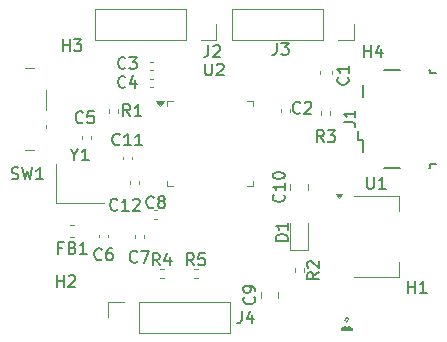
<source format=gbr>
%TF.GenerationSoftware,KiCad,Pcbnew,8.0.0*%
%TF.CreationDate,2024-03-18T00:14:30+05:30*%
%TF.ProjectId,STM,53544d2e-6b69-4636-9164-5f7063625858,rev?*%
%TF.SameCoordinates,Original*%
%TF.FileFunction,Legend,Top*%
%TF.FilePolarity,Positive*%
%FSLAX46Y46*%
G04 Gerber Fmt 4.6, Leading zero omitted, Abs format (unit mm)*
G04 Created by KiCad (PCBNEW 8.0.0) date 2024-03-18 00:14:30*
%MOMM*%
%LPD*%
G01*
G04 APERTURE LIST*
%ADD10C,0.150000*%
%ADD11C,0.000000*%
%ADD12C,0.120000*%
G04 APERTURE END LIST*
D10*
X18396668Y-32757199D02*
X18539525Y-32804818D01*
X18539525Y-32804818D02*
X18777620Y-32804818D01*
X18777620Y-32804818D02*
X18872858Y-32757199D01*
X18872858Y-32757199D02*
X18920477Y-32709579D01*
X18920477Y-32709579D02*
X18968096Y-32614341D01*
X18968096Y-32614341D02*
X18968096Y-32519103D01*
X18968096Y-32519103D02*
X18920477Y-32423865D01*
X18920477Y-32423865D02*
X18872858Y-32376246D01*
X18872858Y-32376246D02*
X18777620Y-32328627D01*
X18777620Y-32328627D02*
X18587144Y-32281008D01*
X18587144Y-32281008D02*
X18491906Y-32233389D01*
X18491906Y-32233389D02*
X18444287Y-32185770D01*
X18444287Y-32185770D02*
X18396668Y-32090532D01*
X18396668Y-32090532D02*
X18396668Y-31995294D01*
X18396668Y-31995294D02*
X18444287Y-31900056D01*
X18444287Y-31900056D02*
X18491906Y-31852437D01*
X18491906Y-31852437D02*
X18587144Y-31804818D01*
X18587144Y-31804818D02*
X18825239Y-31804818D01*
X18825239Y-31804818D02*
X18968096Y-31852437D01*
X19301430Y-31804818D02*
X19539525Y-32804818D01*
X19539525Y-32804818D02*
X19730001Y-32090532D01*
X19730001Y-32090532D02*
X19920477Y-32804818D01*
X19920477Y-32804818D02*
X20158573Y-31804818D01*
X21063334Y-32804818D02*
X20491906Y-32804818D01*
X20777620Y-32804818D02*
X20777620Y-31804818D01*
X20777620Y-31804818D02*
X20682382Y-31947675D01*
X20682382Y-31947675D02*
X20587144Y-32042913D01*
X20587144Y-32042913D02*
X20491906Y-32090532D01*
X48238095Y-22454819D02*
X48238095Y-21454819D01*
X48238095Y-21931009D02*
X48809523Y-21931009D01*
X48809523Y-22454819D02*
X48809523Y-21454819D01*
X49714285Y-21788152D02*
X49714285Y-22454819D01*
X49476190Y-21407200D02*
X49238095Y-22121485D01*
X49238095Y-22121485D02*
X49857142Y-22121485D01*
X22738095Y-21954819D02*
X22738095Y-20954819D01*
X22738095Y-21431009D02*
X23309523Y-21431009D01*
X23309523Y-21954819D02*
X23309523Y-20954819D01*
X23690476Y-20954819D02*
X24309523Y-20954819D01*
X24309523Y-20954819D02*
X23976190Y-21335771D01*
X23976190Y-21335771D02*
X24119047Y-21335771D01*
X24119047Y-21335771D02*
X24214285Y-21383390D01*
X24214285Y-21383390D02*
X24261904Y-21431009D01*
X24261904Y-21431009D02*
X24309523Y-21526247D01*
X24309523Y-21526247D02*
X24309523Y-21764342D01*
X24309523Y-21764342D02*
X24261904Y-21859580D01*
X24261904Y-21859580D02*
X24214285Y-21907200D01*
X24214285Y-21907200D02*
X24119047Y-21954819D01*
X24119047Y-21954819D02*
X23833333Y-21954819D01*
X23833333Y-21954819D02*
X23738095Y-21907200D01*
X23738095Y-21907200D02*
X23690476Y-21859580D01*
X22238095Y-41917319D02*
X22238095Y-40917319D01*
X22238095Y-41393509D02*
X22809523Y-41393509D01*
X22809523Y-41917319D02*
X22809523Y-40917319D01*
X23238095Y-41012557D02*
X23285714Y-40964938D01*
X23285714Y-40964938D02*
X23380952Y-40917319D01*
X23380952Y-40917319D02*
X23619047Y-40917319D01*
X23619047Y-40917319D02*
X23714285Y-40964938D01*
X23714285Y-40964938D02*
X23761904Y-41012557D01*
X23761904Y-41012557D02*
X23809523Y-41107795D01*
X23809523Y-41107795D02*
X23809523Y-41203033D01*
X23809523Y-41203033D02*
X23761904Y-41345890D01*
X23761904Y-41345890D02*
X23190476Y-41917319D01*
X23190476Y-41917319D02*
X23809523Y-41917319D01*
X51988095Y-42417319D02*
X51988095Y-41417319D01*
X51988095Y-41893509D02*
X52559523Y-41893509D01*
X52559523Y-42417319D02*
X52559523Y-41417319D01*
X53559523Y-42417319D02*
X52988095Y-42417319D01*
X53273809Y-42417319D02*
X53273809Y-41417319D01*
X53273809Y-41417319D02*
X53178571Y-41560176D01*
X53178571Y-41560176D02*
X53083333Y-41655414D01*
X53083333Y-41655414D02*
X52988095Y-41703033D01*
X30433333Y-35159580D02*
X30385714Y-35207200D01*
X30385714Y-35207200D02*
X30242857Y-35254819D01*
X30242857Y-35254819D02*
X30147619Y-35254819D01*
X30147619Y-35254819D02*
X30004762Y-35207200D01*
X30004762Y-35207200D02*
X29909524Y-35111961D01*
X29909524Y-35111961D02*
X29861905Y-35016723D01*
X29861905Y-35016723D02*
X29814286Y-34826247D01*
X29814286Y-34826247D02*
X29814286Y-34683390D01*
X29814286Y-34683390D02*
X29861905Y-34492914D01*
X29861905Y-34492914D02*
X29909524Y-34397676D01*
X29909524Y-34397676D02*
X30004762Y-34302438D01*
X30004762Y-34302438D02*
X30147619Y-34254819D01*
X30147619Y-34254819D02*
X30242857Y-34254819D01*
X30242857Y-34254819D02*
X30385714Y-34302438D01*
X30385714Y-34302438D02*
X30433333Y-34350057D01*
X31004762Y-34683390D02*
X30909524Y-34635771D01*
X30909524Y-34635771D02*
X30861905Y-34588152D01*
X30861905Y-34588152D02*
X30814286Y-34492914D01*
X30814286Y-34492914D02*
X30814286Y-34445295D01*
X30814286Y-34445295D02*
X30861905Y-34350057D01*
X30861905Y-34350057D02*
X30909524Y-34302438D01*
X30909524Y-34302438D02*
X31004762Y-34254819D01*
X31004762Y-34254819D02*
X31195238Y-34254819D01*
X31195238Y-34254819D02*
X31290476Y-34302438D01*
X31290476Y-34302438D02*
X31338095Y-34350057D01*
X31338095Y-34350057D02*
X31385714Y-34445295D01*
X31385714Y-34445295D02*
X31385714Y-34492914D01*
X31385714Y-34492914D02*
X31338095Y-34588152D01*
X31338095Y-34588152D02*
X31290476Y-34635771D01*
X31290476Y-34635771D02*
X31195238Y-34683390D01*
X31195238Y-34683390D02*
X31004762Y-34683390D01*
X31004762Y-34683390D02*
X30909524Y-34731009D01*
X30909524Y-34731009D02*
X30861905Y-34778628D01*
X30861905Y-34778628D02*
X30814286Y-34873866D01*
X30814286Y-34873866D02*
X30814286Y-35064342D01*
X30814286Y-35064342D02*
X30861905Y-35159580D01*
X30861905Y-35159580D02*
X30909524Y-35207200D01*
X30909524Y-35207200D02*
X31004762Y-35254819D01*
X31004762Y-35254819D02*
X31195238Y-35254819D01*
X31195238Y-35254819D02*
X31290476Y-35207200D01*
X31290476Y-35207200D02*
X31338095Y-35159580D01*
X31338095Y-35159580D02*
X31385714Y-35064342D01*
X31385714Y-35064342D02*
X31385714Y-34873866D01*
X31385714Y-34873866D02*
X31338095Y-34778628D01*
X31338095Y-34778628D02*
X31290476Y-34731009D01*
X31290476Y-34731009D02*
X31195238Y-34683390D01*
X28433333Y-27454819D02*
X28100000Y-26978628D01*
X27861905Y-27454819D02*
X27861905Y-26454819D01*
X27861905Y-26454819D02*
X28242857Y-26454819D01*
X28242857Y-26454819D02*
X28338095Y-26502438D01*
X28338095Y-26502438D02*
X28385714Y-26550057D01*
X28385714Y-26550057D02*
X28433333Y-26645295D01*
X28433333Y-26645295D02*
X28433333Y-26788152D01*
X28433333Y-26788152D02*
X28385714Y-26883390D01*
X28385714Y-26883390D02*
X28338095Y-26931009D01*
X28338095Y-26931009D02*
X28242857Y-26978628D01*
X28242857Y-26978628D02*
X27861905Y-26978628D01*
X29385714Y-27454819D02*
X28814286Y-27454819D01*
X29100000Y-27454819D02*
X29100000Y-26454819D01*
X29100000Y-26454819D02*
X29004762Y-26597676D01*
X29004762Y-26597676D02*
X28909524Y-26692914D01*
X28909524Y-26692914D02*
X28814286Y-26740533D01*
X41774819Y-38025594D02*
X40774819Y-38025594D01*
X40774819Y-38025594D02*
X40774819Y-37787499D01*
X40774819Y-37787499D02*
X40822438Y-37644642D01*
X40822438Y-37644642D02*
X40917676Y-37549404D01*
X40917676Y-37549404D02*
X41012914Y-37501785D01*
X41012914Y-37501785D02*
X41203390Y-37454166D01*
X41203390Y-37454166D02*
X41346247Y-37454166D01*
X41346247Y-37454166D02*
X41536723Y-37501785D01*
X41536723Y-37501785D02*
X41631961Y-37549404D01*
X41631961Y-37549404D02*
X41727200Y-37644642D01*
X41727200Y-37644642D02*
X41774819Y-37787499D01*
X41774819Y-37787499D02*
X41774819Y-38025594D01*
X41774819Y-36501785D02*
X41774819Y-37073213D01*
X41774819Y-36787499D02*
X40774819Y-36787499D01*
X40774819Y-36787499D02*
X40917676Y-36882737D01*
X40917676Y-36882737D02*
X41012914Y-36977975D01*
X41012914Y-36977975D02*
X41060533Y-37073213D01*
X38929580Y-42779166D02*
X38977200Y-42826785D01*
X38977200Y-42826785D02*
X39024819Y-42969642D01*
X39024819Y-42969642D02*
X39024819Y-43064880D01*
X39024819Y-43064880D02*
X38977200Y-43207737D01*
X38977200Y-43207737D02*
X38881961Y-43302975D01*
X38881961Y-43302975D02*
X38786723Y-43350594D01*
X38786723Y-43350594D02*
X38596247Y-43398213D01*
X38596247Y-43398213D02*
X38453390Y-43398213D01*
X38453390Y-43398213D02*
X38262914Y-43350594D01*
X38262914Y-43350594D02*
X38167676Y-43302975D01*
X38167676Y-43302975D02*
X38072438Y-43207737D01*
X38072438Y-43207737D02*
X38024819Y-43064880D01*
X38024819Y-43064880D02*
X38024819Y-42969642D01*
X38024819Y-42969642D02*
X38072438Y-42826785D01*
X38072438Y-42826785D02*
X38120057Y-42779166D01*
X39024819Y-42302975D02*
X39024819Y-42112499D01*
X39024819Y-42112499D02*
X38977200Y-42017261D01*
X38977200Y-42017261D02*
X38929580Y-41969642D01*
X38929580Y-41969642D02*
X38786723Y-41874404D01*
X38786723Y-41874404D02*
X38596247Y-41826785D01*
X38596247Y-41826785D02*
X38215295Y-41826785D01*
X38215295Y-41826785D02*
X38120057Y-41874404D01*
X38120057Y-41874404D02*
X38072438Y-41922023D01*
X38072438Y-41922023D02*
X38024819Y-42017261D01*
X38024819Y-42017261D02*
X38024819Y-42207737D01*
X38024819Y-42207737D02*
X38072438Y-42302975D01*
X38072438Y-42302975D02*
X38120057Y-42350594D01*
X38120057Y-42350594D02*
X38215295Y-42398213D01*
X38215295Y-42398213D02*
X38453390Y-42398213D01*
X38453390Y-42398213D02*
X38548628Y-42350594D01*
X38548628Y-42350594D02*
X38596247Y-42302975D01*
X38596247Y-42302975D02*
X38643866Y-42207737D01*
X38643866Y-42207737D02*
X38643866Y-42017261D01*
X38643866Y-42017261D02*
X38596247Y-41922023D01*
X38596247Y-41922023D02*
X38548628Y-41874404D01*
X38548628Y-41874404D02*
X38453390Y-41826785D01*
X22704166Y-38593509D02*
X22370833Y-38593509D01*
X22370833Y-39117319D02*
X22370833Y-38117319D01*
X22370833Y-38117319D02*
X22847023Y-38117319D01*
X23561309Y-38593509D02*
X23704166Y-38641128D01*
X23704166Y-38641128D02*
X23751785Y-38688747D01*
X23751785Y-38688747D02*
X23799404Y-38783985D01*
X23799404Y-38783985D02*
X23799404Y-38926842D01*
X23799404Y-38926842D02*
X23751785Y-39022080D01*
X23751785Y-39022080D02*
X23704166Y-39069700D01*
X23704166Y-39069700D02*
X23608928Y-39117319D01*
X23608928Y-39117319D02*
X23227976Y-39117319D01*
X23227976Y-39117319D02*
X23227976Y-38117319D01*
X23227976Y-38117319D02*
X23561309Y-38117319D01*
X23561309Y-38117319D02*
X23656547Y-38164938D01*
X23656547Y-38164938D02*
X23704166Y-38212557D01*
X23704166Y-38212557D02*
X23751785Y-38307795D01*
X23751785Y-38307795D02*
X23751785Y-38403033D01*
X23751785Y-38403033D02*
X23704166Y-38498271D01*
X23704166Y-38498271D02*
X23656547Y-38545890D01*
X23656547Y-38545890D02*
X23561309Y-38593509D01*
X23561309Y-38593509D02*
X23227976Y-38593509D01*
X24751785Y-39117319D02*
X24180357Y-39117319D01*
X24466071Y-39117319D02*
X24466071Y-38117319D01*
X24466071Y-38117319D02*
X24370833Y-38260176D01*
X24370833Y-38260176D02*
X24275595Y-38355414D01*
X24275595Y-38355414D02*
X24180357Y-38403033D01*
X26033333Y-39559580D02*
X25985714Y-39607200D01*
X25985714Y-39607200D02*
X25842857Y-39654819D01*
X25842857Y-39654819D02*
X25747619Y-39654819D01*
X25747619Y-39654819D02*
X25604762Y-39607200D01*
X25604762Y-39607200D02*
X25509524Y-39511961D01*
X25509524Y-39511961D02*
X25461905Y-39416723D01*
X25461905Y-39416723D02*
X25414286Y-39226247D01*
X25414286Y-39226247D02*
X25414286Y-39083390D01*
X25414286Y-39083390D02*
X25461905Y-38892914D01*
X25461905Y-38892914D02*
X25509524Y-38797676D01*
X25509524Y-38797676D02*
X25604762Y-38702438D01*
X25604762Y-38702438D02*
X25747619Y-38654819D01*
X25747619Y-38654819D02*
X25842857Y-38654819D01*
X25842857Y-38654819D02*
X25985714Y-38702438D01*
X25985714Y-38702438D02*
X26033333Y-38750057D01*
X26890476Y-38654819D02*
X26700000Y-38654819D01*
X26700000Y-38654819D02*
X26604762Y-38702438D01*
X26604762Y-38702438D02*
X26557143Y-38750057D01*
X26557143Y-38750057D02*
X26461905Y-38892914D01*
X26461905Y-38892914D02*
X26414286Y-39083390D01*
X26414286Y-39083390D02*
X26414286Y-39464342D01*
X26414286Y-39464342D02*
X26461905Y-39559580D01*
X26461905Y-39559580D02*
X26509524Y-39607200D01*
X26509524Y-39607200D02*
X26604762Y-39654819D01*
X26604762Y-39654819D02*
X26795238Y-39654819D01*
X26795238Y-39654819D02*
X26890476Y-39607200D01*
X26890476Y-39607200D02*
X26938095Y-39559580D01*
X26938095Y-39559580D02*
X26985714Y-39464342D01*
X26985714Y-39464342D02*
X26985714Y-39226247D01*
X26985714Y-39226247D02*
X26938095Y-39131009D01*
X26938095Y-39131009D02*
X26890476Y-39083390D01*
X26890476Y-39083390D02*
X26795238Y-39035771D01*
X26795238Y-39035771D02*
X26604762Y-39035771D01*
X26604762Y-39035771D02*
X26509524Y-39083390D01*
X26509524Y-39083390D02*
X26461905Y-39131009D01*
X26461905Y-39131009D02*
X26414286Y-39226247D01*
X48488095Y-32617319D02*
X48488095Y-33426842D01*
X48488095Y-33426842D02*
X48535714Y-33522080D01*
X48535714Y-33522080D02*
X48583333Y-33569700D01*
X48583333Y-33569700D02*
X48678571Y-33617319D01*
X48678571Y-33617319D02*
X48869047Y-33617319D01*
X48869047Y-33617319D02*
X48964285Y-33569700D01*
X48964285Y-33569700D02*
X49011904Y-33522080D01*
X49011904Y-33522080D02*
X49059523Y-33426842D01*
X49059523Y-33426842D02*
X49059523Y-32617319D01*
X50059523Y-33617319D02*
X49488095Y-33617319D01*
X49773809Y-33617319D02*
X49773809Y-32617319D01*
X49773809Y-32617319D02*
X49678571Y-32760176D01*
X49678571Y-32760176D02*
X49583333Y-32855414D01*
X49583333Y-32855414D02*
X49488095Y-32903033D01*
X35066666Y-21454819D02*
X35066666Y-22169104D01*
X35066666Y-22169104D02*
X35019047Y-22311961D01*
X35019047Y-22311961D02*
X34923809Y-22407200D01*
X34923809Y-22407200D02*
X34780952Y-22454819D01*
X34780952Y-22454819D02*
X34685714Y-22454819D01*
X35495238Y-21550057D02*
X35542857Y-21502438D01*
X35542857Y-21502438D02*
X35638095Y-21454819D01*
X35638095Y-21454819D02*
X35876190Y-21454819D01*
X35876190Y-21454819D02*
X35971428Y-21502438D01*
X35971428Y-21502438D02*
X36019047Y-21550057D01*
X36019047Y-21550057D02*
X36066666Y-21645295D01*
X36066666Y-21645295D02*
X36066666Y-21740533D01*
X36066666Y-21740533D02*
X36019047Y-21883390D01*
X36019047Y-21883390D02*
X35447619Y-22454819D01*
X35447619Y-22454819D02*
X36066666Y-22454819D01*
X37886666Y-43979819D02*
X37886666Y-44694104D01*
X37886666Y-44694104D02*
X37839047Y-44836961D01*
X37839047Y-44836961D02*
X37743809Y-44932200D01*
X37743809Y-44932200D02*
X37600952Y-44979819D01*
X37600952Y-44979819D02*
X37505714Y-44979819D01*
X38791428Y-44313152D02*
X38791428Y-44979819D01*
X38553333Y-43932200D02*
X38315238Y-44646485D01*
X38315238Y-44646485D02*
X38934285Y-44646485D01*
X29033333Y-39759580D02*
X28985714Y-39807200D01*
X28985714Y-39807200D02*
X28842857Y-39854819D01*
X28842857Y-39854819D02*
X28747619Y-39854819D01*
X28747619Y-39854819D02*
X28604762Y-39807200D01*
X28604762Y-39807200D02*
X28509524Y-39711961D01*
X28509524Y-39711961D02*
X28461905Y-39616723D01*
X28461905Y-39616723D02*
X28414286Y-39426247D01*
X28414286Y-39426247D02*
X28414286Y-39283390D01*
X28414286Y-39283390D02*
X28461905Y-39092914D01*
X28461905Y-39092914D02*
X28509524Y-38997676D01*
X28509524Y-38997676D02*
X28604762Y-38902438D01*
X28604762Y-38902438D02*
X28747619Y-38854819D01*
X28747619Y-38854819D02*
X28842857Y-38854819D01*
X28842857Y-38854819D02*
X28985714Y-38902438D01*
X28985714Y-38902438D02*
X29033333Y-38950057D01*
X29366667Y-38854819D02*
X30033333Y-38854819D01*
X30033333Y-38854819D02*
X29604762Y-39854819D01*
X41429580Y-34092857D02*
X41477200Y-34140476D01*
X41477200Y-34140476D02*
X41524819Y-34283333D01*
X41524819Y-34283333D02*
X41524819Y-34378571D01*
X41524819Y-34378571D02*
X41477200Y-34521428D01*
X41477200Y-34521428D02*
X41381961Y-34616666D01*
X41381961Y-34616666D02*
X41286723Y-34664285D01*
X41286723Y-34664285D02*
X41096247Y-34711904D01*
X41096247Y-34711904D02*
X40953390Y-34711904D01*
X40953390Y-34711904D02*
X40762914Y-34664285D01*
X40762914Y-34664285D02*
X40667676Y-34616666D01*
X40667676Y-34616666D02*
X40572438Y-34521428D01*
X40572438Y-34521428D02*
X40524819Y-34378571D01*
X40524819Y-34378571D02*
X40524819Y-34283333D01*
X40524819Y-34283333D02*
X40572438Y-34140476D01*
X40572438Y-34140476D02*
X40620057Y-34092857D01*
X41524819Y-33140476D02*
X41524819Y-33711904D01*
X41524819Y-33426190D02*
X40524819Y-33426190D01*
X40524819Y-33426190D02*
X40667676Y-33521428D01*
X40667676Y-33521428D02*
X40762914Y-33616666D01*
X40762914Y-33616666D02*
X40810533Y-33711904D01*
X40524819Y-32521428D02*
X40524819Y-32426190D01*
X40524819Y-32426190D02*
X40572438Y-32330952D01*
X40572438Y-32330952D02*
X40620057Y-32283333D01*
X40620057Y-32283333D02*
X40715295Y-32235714D01*
X40715295Y-32235714D02*
X40905771Y-32188095D01*
X40905771Y-32188095D02*
X41143866Y-32188095D01*
X41143866Y-32188095D02*
X41334342Y-32235714D01*
X41334342Y-32235714D02*
X41429580Y-32283333D01*
X41429580Y-32283333D02*
X41477200Y-32330952D01*
X41477200Y-32330952D02*
X41524819Y-32426190D01*
X41524819Y-32426190D02*
X41524819Y-32521428D01*
X41524819Y-32521428D02*
X41477200Y-32616666D01*
X41477200Y-32616666D02*
X41429580Y-32664285D01*
X41429580Y-32664285D02*
X41334342Y-32711904D01*
X41334342Y-32711904D02*
X41143866Y-32759523D01*
X41143866Y-32759523D02*
X40905771Y-32759523D01*
X40905771Y-32759523D02*
X40715295Y-32711904D01*
X40715295Y-32711904D02*
X40620057Y-32664285D01*
X40620057Y-32664285D02*
X40572438Y-32616666D01*
X40572438Y-32616666D02*
X40524819Y-32521428D01*
X24433333Y-27959580D02*
X24385714Y-28007200D01*
X24385714Y-28007200D02*
X24242857Y-28054819D01*
X24242857Y-28054819D02*
X24147619Y-28054819D01*
X24147619Y-28054819D02*
X24004762Y-28007200D01*
X24004762Y-28007200D02*
X23909524Y-27911961D01*
X23909524Y-27911961D02*
X23861905Y-27816723D01*
X23861905Y-27816723D02*
X23814286Y-27626247D01*
X23814286Y-27626247D02*
X23814286Y-27483390D01*
X23814286Y-27483390D02*
X23861905Y-27292914D01*
X23861905Y-27292914D02*
X23909524Y-27197676D01*
X23909524Y-27197676D02*
X24004762Y-27102438D01*
X24004762Y-27102438D02*
X24147619Y-27054819D01*
X24147619Y-27054819D02*
X24242857Y-27054819D01*
X24242857Y-27054819D02*
X24385714Y-27102438D01*
X24385714Y-27102438D02*
X24433333Y-27150057D01*
X25338095Y-27054819D02*
X24861905Y-27054819D01*
X24861905Y-27054819D02*
X24814286Y-27531009D01*
X24814286Y-27531009D02*
X24861905Y-27483390D01*
X24861905Y-27483390D02*
X24957143Y-27435771D01*
X24957143Y-27435771D02*
X25195238Y-27435771D01*
X25195238Y-27435771D02*
X25290476Y-27483390D01*
X25290476Y-27483390D02*
X25338095Y-27531009D01*
X25338095Y-27531009D02*
X25385714Y-27626247D01*
X25385714Y-27626247D02*
X25385714Y-27864342D01*
X25385714Y-27864342D02*
X25338095Y-27959580D01*
X25338095Y-27959580D02*
X25290476Y-28007200D01*
X25290476Y-28007200D02*
X25195238Y-28054819D01*
X25195238Y-28054819D02*
X24957143Y-28054819D01*
X24957143Y-28054819D02*
X24861905Y-28007200D01*
X24861905Y-28007200D02*
X24814286Y-27959580D01*
X27557142Y-29839580D02*
X27509523Y-29887200D01*
X27509523Y-29887200D02*
X27366666Y-29934819D01*
X27366666Y-29934819D02*
X27271428Y-29934819D01*
X27271428Y-29934819D02*
X27128571Y-29887200D01*
X27128571Y-29887200D02*
X27033333Y-29791961D01*
X27033333Y-29791961D02*
X26985714Y-29696723D01*
X26985714Y-29696723D02*
X26938095Y-29506247D01*
X26938095Y-29506247D02*
X26938095Y-29363390D01*
X26938095Y-29363390D02*
X26985714Y-29172914D01*
X26985714Y-29172914D02*
X27033333Y-29077676D01*
X27033333Y-29077676D02*
X27128571Y-28982438D01*
X27128571Y-28982438D02*
X27271428Y-28934819D01*
X27271428Y-28934819D02*
X27366666Y-28934819D01*
X27366666Y-28934819D02*
X27509523Y-28982438D01*
X27509523Y-28982438D02*
X27557142Y-29030057D01*
X28509523Y-29934819D02*
X27938095Y-29934819D01*
X28223809Y-29934819D02*
X28223809Y-28934819D01*
X28223809Y-28934819D02*
X28128571Y-29077676D01*
X28128571Y-29077676D02*
X28033333Y-29172914D01*
X28033333Y-29172914D02*
X27938095Y-29220533D01*
X29461904Y-29934819D02*
X28890476Y-29934819D01*
X29176190Y-29934819D02*
X29176190Y-28934819D01*
X29176190Y-28934819D02*
X29080952Y-29077676D01*
X29080952Y-29077676D02*
X28985714Y-29172914D01*
X28985714Y-29172914D02*
X28890476Y-29220533D01*
X40866666Y-21254819D02*
X40866666Y-21969104D01*
X40866666Y-21969104D02*
X40819047Y-22111961D01*
X40819047Y-22111961D02*
X40723809Y-22207200D01*
X40723809Y-22207200D02*
X40580952Y-22254819D01*
X40580952Y-22254819D02*
X40485714Y-22254819D01*
X41247619Y-21254819D02*
X41866666Y-21254819D01*
X41866666Y-21254819D02*
X41533333Y-21635771D01*
X41533333Y-21635771D02*
X41676190Y-21635771D01*
X41676190Y-21635771D02*
X41771428Y-21683390D01*
X41771428Y-21683390D02*
X41819047Y-21731009D01*
X41819047Y-21731009D02*
X41866666Y-21826247D01*
X41866666Y-21826247D02*
X41866666Y-22064342D01*
X41866666Y-22064342D02*
X41819047Y-22159580D01*
X41819047Y-22159580D02*
X41771428Y-22207200D01*
X41771428Y-22207200D02*
X41676190Y-22254819D01*
X41676190Y-22254819D02*
X41390476Y-22254819D01*
X41390476Y-22254819D02*
X41295238Y-22207200D01*
X41295238Y-22207200D02*
X41247619Y-22159580D01*
X33833333Y-40084819D02*
X33500000Y-39608628D01*
X33261905Y-40084819D02*
X33261905Y-39084819D01*
X33261905Y-39084819D02*
X33642857Y-39084819D01*
X33642857Y-39084819D02*
X33738095Y-39132438D01*
X33738095Y-39132438D02*
X33785714Y-39180057D01*
X33785714Y-39180057D02*
X33833333Y-39275295D01*
X33833333Y-39275295D02*
X33833333Y-39418152D01*
X33833333Y-39418152D02*
X33785714Y-39513390D01*
X33785714Y-39513390D02*
X33738095Y-39561009D01*
X33738095Y-39561009D02*
X33642857Y-39608628D01*
X33642857Y-39608628D02*
X33261905Y-39608628D01*
X34738095Y-39084819D02*
X34261905Y-39084819D01*
X34261905Y-39084819D02*
X34214286Y-39561009D01*
X34214286Y-39561009D02*
X34261905Y-39513390D01*
X34261905Y-39513390D02*
X34357143Y-39465771D01*
X34357143Y-39465771D02*
X34595238Y-39465771D01*
X34595238Y-39465771D02*
X34690476Y-39513390D01*
X34690476Y-39513390D02*
X34738095Y-39561009D01*
X34738095Y-39561009D02*
X34785714Y-39656247D01*
X34785714Y-39656247D02*
X34785714Y-39894342D01*
X34785714Y-39894342D02*
X34738095Y-39989580D01*
X34738095Y-39989580D02*
X34690476Y-40037200D01*
X34690476Y-40037200D02*
X34595238Y-40084819D01*
X34595238Y-40084819D02*
X34357143Y-40084819D01*
X34357143Y-40084819D02*
X34261905Y-40037200D01*
X34261905Y-40037200D02*
X34214286Y-39989580D01*
X46859580Y-24166666D02*
X46907200Y-24214285D01*
X46907200Y-24214285D02*
X46954819Y-24357142D01*
X46954819Y-24357142D02*
X46954819Y-24452380D01*
X46954819Y-24452380D02*
X46907200Y-24595237D01*
X46907200Y-24595237D02*
X46811961Y-24690475D01*
X46811961Y-24690475D02*
X46716723Y-24738094D01*
X46716723Y-24738094D02*
X46526247Y-24785713D01*
X46526247Y-24785713D02*
X46383390Y-24785713D01*
X46383390Y-24785713D02*
X46192914Y-24738094D01*
X46192914Y-24738094D02*
X46097676Y-24690475D01*
X46097676Y-24690475D02*
X46002438Y-24595237D01*
X46002438Y-24595237D02*
X45954819Y-24452380D01*
X45954819Y-24452380D02*
X45954819Y-24357142D01*
X45954819Y-24357142D02*
X46002438Y-24214285D01*
X46002438Y-24214285D02*
X46050057Y-24166666D01*
X46954819Y-23214285D02*
X46954819Y-23785713D01*
X46954819Y-23499999D02*
X45954819Y-23499999D01*
X45954819Y-23499999D02*
X46097676Y-23595237D01*
X46097676Y-23595237D02*
X46192914Y-23690475D01*
X46192914Y-23690475D02*
X46240533Y-23785713D01*
X28033333Y-23359580D02*
X27985714Y-23407200D01*
X27985714Y-23407200D02*
X27842857Y-23454819D01*
X27842857Y-23454819D02*
X27747619Y-23454819D01*
X27747619Y-23454819D02*
X27604762Y-23407200D01*
X27604762Y-23407200D02*
X27509524Y-23311961D01*
X27509524Y-23311961D02*
X27461905Y-23216723D01*
X27461905Y-23216723D02*
X27414286Y-23026247D01*
X27414286Y-23026247D02*
X27414286Y-22883390D01*
X27414286Y-22883390D02*
X27461905Y-22692914D01*
X27461905Y-22692914D02*
X27509524Y-22597676D01*
X27509524Y-22597676D02*
X27604762Y-22502438D01*
X27604762Y-22502438D02*
X27747619Y-22454819D01*
X27747619Y-22454819D02*
X27842857Y-22454819D01*
X27842857Y-22454819D02*
X27985714Y-22502438D01*
X27985714Y-22502438D02*
X28033333Y-22550057D01*
X28366667Y-22454819D02*
X28985714Y-22454819D01*
X28985714Y-22454819D02*
X28652381Y-22835771D01*
X28652381Y-22835771D02*
X28795238Y-22835771D01*
X28795238Y-22835771D02*
X28890476Y-22883390D01*
X28890476Y-22883390D02*
X28938095Y-22931009D01*
X28938095Y-22931009D02*
X28985714Y-23026247D01*
X28985714Y-23026247D02*
X28985714Y-23264342D01*
X28985714Y-23264342D02*
X28938095Y-23359580D01*
X28938095Y-23359580D02*
X28890476Y-23407200D01*
X28890476Y-23407200D02*
X28795238Y-23454819D01*
X28795238Y-23454819D02*
X28509524Y-23454819D01*
X28509524Y-23454819D02*
X28414286Y-23407200D01*
X28414286Y-23407200D02*
X28366667Y-23359580D01*
X34775595Y-23004819D02*
X34775595Y-23814342D01*
X34775595Y-23814342D02*
X34823214Y-23909580D01*
X34823214Y-23909580D02*
X34870833Y-23957200D01*
X34870833Y-23957200D02*
X34966071Y-24004819D01*
X34966071Y-24004819D02*
X35156547Y-24004819D01*
X35156547Y-24004819D02*
X35251785Y-23957200D01*
X35251785Y-23957200D02*
X35299404Y-23909580D01*
X35299404Y-23909580D02*
X35347023Y-23814342D01*
X35347023Y-23814342D02*
X35347023Y-23004819D01*
X35775595Y-23100057D02*
X35823214Y-23052438D01*
X35823214Y-23052438D02*
X35918452Y-23004819D01*
X35918452Y-23004819D02*
X36156547Y-23004819D01*
X36156547Y-23004819D02*
X36251785Y-23052438D01*
X36251785Y-23052438D02*
X36299404Y-23100057D01*
X36299404Y-23100057D02*
X36347023Y-23195295D01*
X36347023Y-23195295D02*
X36347023Y-23290533D01*
X36347023Y-23290533D02*
X36299404Y-23433390D01*
X36299404Y-23433390D02*
X35727976Y-24004819D01*
X35727976Y-24004819D02*
X36347023Y-24004819D01*
X27357142Y-35359580D02*
X27309523Y-35407200D01*
X27309523Y-35407200D02*
X27166666Y-35454819D01*
X27166666Y-35454819D02*
X27071428Y-35454819D01*
X27071428Y-35454819D02*
X26928571Y-35407200D01*
X26928571Y-35407200D02*
X26833333Y-35311961D01*
X26833333Y-35311961D02*
X26785714Y-35216723D01*
X26785714Y-35216723D02*
X26738095Y-35026247D01*
X26738095Y-35026247D02*
X26738095Y-34883390D01*
X26738095Y-34883390D02*
X26785714Y-34692914D01*
X26785714Y-34692914D02*
X26833333Y-34597676D01*
X26833333Y-34597676D02*
X26928571Y-34502438D01*
X26928571Y-34502438D02*
X27071428Y-34454819D01*
X27071428Y-34454819D02*
X27166666Y-34454819D01*
X27166666Y-34454819D02*
X27309523Y-34502438D01*
X27309523Y-34502438D02*
X27357142Y-34550057D01*
X28309523Y-35454819D02*
X27738095Y-35454819D01*
X28023809Y-35454819D02*
X28023809Y-34454819D01*
X28023809Y-34454819D02*
X27928571Y-34597676D01*
X27928571Y-34597676D02*
X27833333Y-34692914D01*
X27833333Y-34692914D02*
X27738095Y-34740533D01*
X28690476Y-34550057D02*
X28738095Y-34502438D01*
X28738095Y-34502438D02*
X28833333Y-34454819D01*
X28833333Y-34454819D02*
X29071428Y-34454819D01*
X29071428Y-34454819D02*
X29166666Y-34502438D01*
X29166666Y-34502438D02*
X29214285Y-34550057D01*
X29214285Y-34550057D02*
X29261904Y-34645295D01*
X29261904Y-34645295D02*
X29261904Y-34740533D01*
X29261904Y-34740533D02*
X29214285Y-34883390D01*
X29214285Y-34883390D02*
X28642857Y-35454819D01*
X28642857Y-35454819D02*
X29261904Y-35454819D01*
X28033333Y-24959580D02*
X27985714Y-25007200D01*
X27985714Y-25007200D02*
X27842857Y-25054819D01*
X27842857Y-25054819D02*
X27747619Y-25054819D01*
X27747619Y-25054819D02*
X27604762Y-25007200D01*
X27604762Y-25007200D02*
X27509524Y-24911961D01*
X27509524Y-24911961D02*
X27461905Y-24816723D01*
X27461905Y-24816723D02*
X27414286Y-24626247D01*
X27414286Y-24626247D02*
X27414286Y-24483390D01*
X27414286Y-24483390D02*
X27461905Y-24292914D01*
X27461905Y-24292914D02*
X27509524Y-24197676D01*
X27509524Y-24197676D02*
X27604762Y-24102438D01*
X27604762Y-24102438D02*
X27747619Y-24054819D01*
X27747619Y-24054819D02*
X27842857Y-24054819D01*
X27842857Y-24054819D02*
X27985714Y-24102438D01*
X27985714Y-24102438D02*
X28033333Y-24150057D01*
X28890476Y-24388152D02*
X28890476Y-25054819D01*
X28652381Y-24007200D02*
X28414286Y-24721485D01*
X28414286Y-24721485D02*
X29033333Y-24721485D01*
X44424819Y-40676666D02*
X43948628Y-41009999D01*
X44424819Y-41248094D02*
X43424819Y-41248094D01*
X43424819Y-41248094D02*
X43424819Y-40867142D01*
X43424819Y-40867142D02*
X43472438Y-40771904D01*
X43472438Y-40771904D02*
X43520057Y-40724285D01*
X43520057Y-40724285D02*
X43615295Y-40676666D01*
X43615295Y-40676666D02*
X43758152Y-40676666D01*
X43758152Y-40676666D02*
X43853390Y-40724285D01*
X43853390Y-40724285D02*
X43901009Y-40771904D01*
X43901009Y-40771904D02*
X43948628Y-40867142D01*
X43948628Y-40867142D02*
X43948628Y-41248094D01*
X43520057Y-40295713D02*
X43472438Y-40248094D01*
X43472438Y-40248094D02*
X43424819Y-40152856D01*
X43424819Y-40152856D02*
X43424819Y-39914761D01*
X43424819Y-39914761D02*
X43472438Y-39819523D01*
X43472438Y-39819523D02*
X43520057Y-39771904D01*
X43520057Y-39771904D02*
X43615295Y-39724285D01*
X43615295Y-39724285D02*
X43710533Y-39724285D01*
X43710533Y-39724285D02*
X43853390Y-39771904D01*
X43853390Y-39771904D02*
X44424819Y-40343332D01*
X44424819Y-40343332D02*
X44424819Y-39724285D01*
X42833333Y-27159580D02*
X42785714Y-27207200D01*
X42785714Y-27207200D02*
X42642857Y-27254819D01*
X42642857Y-27254819D02*
X42547619Y-27254819D01*
X42547619Y-27254819D02*
X42404762Y-27207200D01*
X42404762Y-27207200D02*
X42309524Y-27111961D01*
X42309524Y-27111961D02*
X42261905Y-27016723D01*
X42261905Y-27016723D02*
X42214286Y-26826247D01*
X42214286Y-26826247D02*
X42214286Y-26683390D01*
X42214286Y-26683390D02*
X42261905Y-26492914D01*
X42261905Y-26492914D02*
X42309524Y-26397676D01*
X42309524Y-26397676D02*
X42404762Y-26302438D01*
X42404762Y-26302438D02*
X42547619Y-26254819D01*
X42547619Y-26254819D02*
X42642857Y-26254819D01*
X42642857Y-26254819D02*
X42785714Y-26302438D01*
X42785714Y-26302438D02*
X42833333Y-26350057D01*
X43214286Y-26350057D02*
X43261905Y-26302438D01*
X43261905Y-26302438D02*
X43357143Y-26254819D01*
X43357143Y-26254819D02*
X43595238Y-26254819D01*
X43595238Y-26254819D02*
X43690476Y-26302438D01*
X43690476Y-26302438D02*
X43738095Y-26350057D01*
X43738095Y-26350057D02*
X43785714Y-26445295D01*
X43785714Y-26445295D02*
X43785714Y-26540533D01*
X43785714Y-26540533D02*
X43738095Y-26683390D01*
X43738095Y-26683390D02*
X43166667Y-27254819D01*
X43166667Y-27254819D02*
X43785714Y-27254819D01*
X46504819Y-27995833D02*
X47219104Y-27995833D01*
X47219104Y-27995833D02*
X47361961Y-28043452D01*
X47361961Y-28043452D02*
X47457200Y-28138690D01*
X47457200Y-28138690D02*
X47504819Y-28281547D01*
X47504819Y-28281547D02*
X47504819Y-28376785D01*
X47504819Y-26995833D02*
X47504819Y-27567261D01*
X47504819Y-27281547D02*
X46504819Y-27281547D01*
X46504819Y-27281547D02*
X46647676Y-27376785D01*
X46647676Y-27376785D02*
X46742914Y-27472023D01*
X46742914Y-27472023D02*
X46790533Y-27567261D01*
X30943333Y-40084819D02*
X30610000Y-39608628D01*
X30371905Y-40084819D02*
X30371905Y-39084819D01*
X30371905Y-39084819D02*
X30752857Y-39084819D01*
X30752857Y-39084819D02*
X30848095Y-39132438D01*
X30848095Y-39132438D02*
X30895714Y-39180057D01*
X30895714Y-39180057D02*
X30943333Y-39275295D01*
X30943333Y-39275295D02*
X30943333Y-39418152D01*
X30943333Y-39418152D02*
X30895714Y-39513390D01*
X30895714Y-39513390D02*
X30848095Y-39561009D01*
X30848095Y-39561009D02*
X30752857Y-39608628D01*
X30752857Y-39608628D02*
X30371905Y-39608628D01*
X31800476Y-39418152D02*
X31800476Y-40084819D01*
X31562381Y-39037200D02*
X31324286Y-39751485D01*
X31324286Y-39751485D02*
X31943333Y-39751485D01*
X23723809Y-30728628D02*
X23723809Y-31204819D01*
X23390476Y-30204819D02*
X23723809Y-30728628D01*
X23723809Y-30728628D02*
X24057142Y-30204819D01*
X24914285Y-31204819D02*
X24342857Y-31204819D01*
X24628571Y-31204819D02*
X24628571Y-30204819D01*
X24628571Y-30204819D02*
X24533333Y-30347676D01*
X24533333Y-30347676D02*
X24438095Y-30442914D01*
X24438095Y-30442914D02*
X24342857Y-30490533D01*
X44833333Y-29654819D02*
X44500000Y-29178628D01*
X44261905Y-29654819D02*
X44261905Y-28654819D01*
X44261905Y-28654819D02*
X44642857Y-28654819D01*
X44642857Y-28654819D02*
X44738095Y-28702438D01*
X44738095Y-28702438D02*
X44785714Y-28750057D01*
X44785714Y-28750057D02*
X44833333Y-28845295D01*
X44833333Y-28845295D02*
X44833333Y-28988152D01*
X44833333Y-28988152D02*
X44785714Y-29083390D01*
X44785714Y-29083390D02*
X44738095Y-29131009D01*
X44738095Y-29131009D02*
X44642857Y-29178628D01*
X44642857Y-29178628D02*
X44261905Y-29178628D01*
X45166667Y-28654819D02*
X45785714Y-28654819D01*
X45785714Y-28654819D02*
X45452381Y-29035771D01*
X45452381Y-29035771D02*
X45595238Y-29035771D01*
X45595238Y-29035771D02*
X45690476Y-29083390D01*
X45690476Y-29083390D02*
X45738095Y-29131009D01*
X45738095Y-29131009D02*
X45785714Y-29226247D01*
X45785714Y-29226247D02*
X45785714Y-29464342D01*
X45785714Y-29464342D02*
X45738095Y-29559580D01*
X45738095Y-29559580D02*
X45690476Y-29607200D01*
X45690476Y-29607200D02*
X45595238Y-29654819D01*
X45595238Y-29654819D02*
X45309524Y-29654819D01*
X45309524Y-29654819D02*
X45214286Y-29607200D01*
X45214286Y-29607200D02*
X45166667Y-29559580D01*
D11*
%TO.C,G\u002A\u002A\u002A*%
G36*
X46948225Y-45174695D02*
G01*
X46961630Y-45192321D01*
X46961767Y-45211302D01*
X46948603Y-45234234D01*
X46947414Y-45235762D01*
X46936405Y-45251394D01*
X46926880Y-45269633D01*
X46916737Y-45294913D01*
X46908818Y-45317220D01*
X46909098Y-45319486D01*
X46914976Y-45310488D01*
X46923731Y-45294828D01*
X46939522Y-45267703D01*
X46950912Y-45253932D01*
X46958794Y-45252912D01*
X46964059Y-45264038D01*
X46964748Y-45267044D01*
X46969020Y-45287364D01*
X46983351Y-45263443D01*
X46997682Y-45239521D01*
X47019419Y-45259711D01*
X47031627Y-45270172D01*
X47036666Y-45272648D01*
X47036108Y-45271020D01*
X47040050Y-45270874D01*
X47054553Y-45277138D01*
X47077282Y-45288698D01*
X47103995Y-45303363D01*
X47133444Y-45320469D01*
X47157668Y-45335413D01*
X47173921Y-45346443D01*
X47179435Y-45351476D01*
X47186540Y-45355161D01*
X47188554Y-45354276D01*
X47198904Y-45354993D01*
X47213320Y-45362080D01*
X47227736Y-45377717D01*
X47234892Y-45402872D01*
X47235201Y-45405308D01*
X47239444Y-45432890D01*
X47244968Y-45459540D01*
X47245784Y-45462768D01*
X47250492Y-45479307D01*
X47253598Y-45482580D01*
X47257125Y-45473805D01*
X47258202Y-45470232D01*
X47268707Y-45438718D01*
X47277601Y-45419573D01*
X47284363Y-45413884D01*
X47285025Y-45414169D01*
X47288000Y-45423227D01*
X47287021Y-45436466D01*
X47286995Y-45450820D01*
X47291628Y-45455304D01*
X47295578Y-45462234D01*
X47298105Y-45483232D01*
X47299236Y-45518609D01*
X47299269Y-45544872D01*
X47298866Y-45582727D01*
X47297952Y-45608120D01*
X47296114Y-45623514D01*
X47292938Y-45631376D01*
X47288013Y-45634170D01*
X47284275Y-45634440D01*
X47275157Y-45633420D01*
X47274143Y-45627693D01*
X47280803Y-45613259D01*
X47281787Y-45611354D01*
X47288728Y-45594954D01*
X47290141Y-45584921D01*
X47289762Y-45584306D01*
X47284481Y-45587748D01*
X47276046Y-45601142D01*
X47272901Y-45607392D01*
X47260003Y-45634440D01*
X47187293Y-45634440D01*
X47153280Y-45634113D01*
X47131393Y-45632811D01*
X47118837Y-45630057D01*
X47112818Y-45625369D01*
X47111169Y-45621378D01*
X47108332Y-45612179D01*
X47107163Y-45617479D01*
X47106890Y-45621378D01*
X47102806Y-45632943D01*
X47095638Y-45632236D01*
X47089438Y-45620096D01*
X47088899Y-45617646D01*
X47085665Y-45600852D01*
X47084648Y-45617646D01*
X47083632Y-45634440D01*
X46691772Y-45634440D01*
X46299912Y-45634440D01*
X46299912Y-45578460D01*
X47180664Y-45578460D01*
X47184396Y-45582192D01*
X47188128Y-45578460D01*
X47184396Y-45574728D01*
X47180664Y-45578460D01*
X46299912Y-45578460D01*
X46299912Y-45515597D01*
X46299912Y-45511284D01*
X46785072Y-45511284D01*
X46788804Y-45515016D01*
X46792536Y-45511284D01*
X46788804Y-45507552D01*
X46785072Y-45511284D01*
X46299912Y-45511284D01*
X46299912Y-45488270D01*
X47203170Y-45488270D01*
X47203931Y-45503901D01*
X47206224Y-45505229D01*
X47209701Y-45492761D01*
X47212984Y-45473964D01*
X47214827Y-45456190D01*
X47212685Y-45452487D01*
X47210423Y-45455304D01*
X47205081Y-45470860D01*
X47203170Y-45488270D01*
X46299912Y-45488270D01*
X46299912Y-45396755D01*
X46330032Y-45370973D01*
X46333030Y-45368846D01*
X47188128Y-45368846D01*
X47194137Y-45379128D01*
X47199946Y-45380664D01*
X47208651Y-45376324D01*
X47208809Y-45371800D01*
X47201380Y-45361944D01*
X47192436Y-45360690D01*
X47188128Y-45368846D01*
X46333030Y-45368846D01*
X46349334Y-45357279D01*
X46372927Y-45343344D01*
X46882104Y-45343344D01*
X46884835Y-45349488D01*
X46887080Y-45348320D01*
X46887958Y-45339612D01*
X46897032Y-45339612D01*
X46900764Y-45343344D01*
X46904496Y-45339612D01*
X46900764Y-45335880D01*
X46897032Y-45339612D01*
X46887958Y-45339612D01*
X46887973Y-45339462D01*
X46887080Y-45338368D01*
X46882642Y-45339392D01*
X46882104Y-45343344D01*
X46372927Y-45343344D01*
X46378169Y-45340248D01*
X46412286Y-45322275D01*
X46422892Y-45317220D01*
X46829856Y-45317220D01*
X46833588Y-45320952D01*
X46837320Y-45317220D01*
X46833588Y-45313488D01*
X46829856Y-45317220D01*
X46422892Y-45317220D01*
X46440126Y-45309006D01*
X46475884Y-45292373D01*
X46510336Y-45275559D01*
X46539027Y-45260777D01*
X46554513Y-45252102D01*
X46577337Y-45238716D01*
X46589988Y-45232996D01*
X46594952Y-45234695D01*
X46594714Y-45243565D01*
X46593888Y-45248178D01*
X46592075Y-45259561D01*
X46594468Y-45256883D01*
X46597794Y-45250044D01*
X46603649Y-45230532D01*
X46605411Y-45215891D01*
X46610723Y-45198847D01*
X46622926Y-45181064D01*
X46637642Y-45167876D01*
X46647836Y-45164208D01*
X46651967Y-45170671D01*
X46652526Y-45186535D01*
X46652222Y-45189601D01*
X46655757Y-45216415D01*
X46671820Y-45237226D01*
X46698442Y-45249584D01*
X46700912Y-45250122D01*
X46719064Y-45255754D01*
X46743919Y-45265829D01*
X46761935Y-45274206D01*
X46797949Y-45288328D01*
X46829028Y-45291067D01*
X46859991Y-45282342D01*
X46879449Y-45272199D01*
X46912552Y-45248973D01*
X46931824Y-45225588D01*
X46938304Y-45200519D01*
X46937150Y-45187306D01*
X46932243Y-45160476D01*
X46948225Y-45174695D01*
G37*
G36*
X47256001Y-45392291D02*
G01*
X47260224Y-45402067D01*
X47260284Y-45418229D01*
X47256537Y-45432934D01*
X47253994Y-45436709D01*
X47249317Y-45433823D01*
X47244776Y-45421720D01*
X47243247Y-45406788D01*
X47247840Y-45406788D01*
X47251572Y-45410520D01*
X47255304Y-45406788D01*
X47251572Y-45403056D01*
X47247840Y-45406788D01*
X47243247Y-45406788D01*
X47242856Y-45402974D01*
X47247070Y-45392081D01*
X47256001Y-45392291D01*
G37*
G36*
X46753079Y-45095290D02*
G01*
X46761128Y-45104785D01*
X46770932Y-45114803D01*
X46777852Y-45115541D01*
X46784039Y-45117374D01*
X46785072Y-45122715D01*
X46778428Y-45132309D01*
X46764546Y-45135218D01*
X46752383Y-45136357D01*
X46754479Y-45138482D01*
X46758948Y-45139674D01*
X46774769Y-45145799D01*
X46780966Y-45150004D01*
X46783379Y-45155602D01*
X46775759Y-45156186D01*
X46761937Y-45152271D01*
X46747752Y-45145548D01*
X46736577Y-45138018D01*
X46735462Y-45134625D01*
X46735604Y-45134616D01*
X46737073Y-45129844D01*
X46732903Y-45123251D01*
X46727386Y-45108850D01*
X46730950Y-45095502D01*
X46741881Y-45089568D01*
X46741990Y-45089568D01*
X46753079Y-45095290D01*
G37*
G36*
X46819602Y-45121885D02*
G01*
X46822392Y-45125288D01*
X46816127Y-45130057D01*
X46807464Y-45131153D01*
X46795325Y-45128692D01*
X46792536Y-45125288D01*
X46798800Y-45120520D01*
X46807464Y-45119424D01*
X46819602Y-45121885D01*
G37*
G36*
X46790048Y-45092056D02*
G01*
X46789023Y-45096493D01*
X46785072Y-45097032D01*
X46778928Y-45094301D01*
X46780096Y-45092056D01*
X46788954Y-45091162D01*
X46790048Y-45092056D01*
G37*
G36*
X46803038Y-45027918D02*
G01*
X46800419Y-45034457D01*
X46790389Y-45046477D01*
X46776998Y-45059898D01*
X46764298Y-45070637D01*
X46756665Y-45074640D01*
X46757087Y-45070476D01*
X46761187Y-45065683D01*
X46769222Y-45050617D01*
X46770144Y-45044161D01*
X46775970Y-45033582D01*
X46788624Y-45026466D01*
X46800863Y-45026390D01*
X46803038Y-45027918D01*
G37*
G36*
X46759468Y-44922956D02*
G01*
X46761771Y-44931391D01*
X46774849Y-44938075D01*
X46794546Y-44941449D01*
X46808059Y-44941212D01*
X46826334Y-44944043D01*
X46836963Y-44951054D01*
X46850854Y-44960835D01*
X46859133Y-44962680D01*
X46877347Y-44969198D01*
X46888344Y-44985253D01*
X46889568Y-44993588D01*
X46885459Y-45007313D01*
X46876387Y-45012968D01*
X46867232Y-45007552D01*
X46867129Y-45007389D01*
X46856795Y-45002780D01*
X46835905Y-45000692D01*
X46808563Y-45000823D01*
X46778874Y-45002872D01*
X46750940Y-45006539D01*
X46728866Y-45011521D01*
X46716755Y-45017519D01*
X46716061Y-45018472D01*
X46705763Y-45028952D01*
X46695521Y-45024791D01*
X46687855Y-45010710D01*
X46681090Y-44981562D01*
X46681492Y-44978591D01*
X46721573Y-44978591D01*
X46722212Y-44981299D01*
X46736093Y-44984695D01*
X46740288Y-44985555D01*
X46763092Y-44988617D01*
X46789556Y-44989883D01*
X46815738Y-44989500D01*
X46837698Y-44987614D01*
X46851496Y-44984370D01*
X46854181Y-44981340D01*
X46846352Y-44977202D01*
X46827895Y-44973967D01*
X46803095Y-44971864D01*
X46776237Y-44971126D01*
X46751606Y-44971982D01*
X46733488Y-44974665D01*
X46732980Y-44974807D01*
X46721573Y-44978591D01*
X46681492Y-44978591D01*
X46684235Y-44958343D01*
X46691942Y-44947610D01*
X46700035Y-44942164D01*
X46699487Y-44948061D01*
X46698608Y-44950428D01*
X46698239Y-44960878D01*
X46706452Y-44962989D01*
X46720073Y-44957622D01*
X46735925Y-44945633D01*
X46742782Y-44938489D01*
X46754414Y-44925825D01*
X46759802Y-44921433D01*
X46759468Y-44922956D01*
G37*
G36*
X46601411Y-44899656D02*
G01*
X46605496Y-44918418D01*
X46605821Y-44926991D01*
X46603962Y-44941164D01*
X46596682Y-44943535D01*
X46593515Y-44942517D01*
X46585090Y-44941465D01*
X46586492Y-44946483D01*
X46589238Y-44954347D01*
X46588157Y-44955216D01*
X46581287Y-44950081D01*
X46580745Y-44949261D01*
X46581009Y-44938632D01*
X46583922Y-44932467D01*
X46590191Y-44917902D01*
X46589669Y-44908023D01*
X46582744Y-44907105D01*
X46581678Y-44907692D01*
X46577522Y-44908287D01*
X46582885Y-44900315D01*
X46593511Y-44893199D01*
X46601411Y-44899656D01*
G37*
G36*
X47015392Y-44908112D02*
G01*
X47013907Y-44918979D01*
X47007541Y-44928719D01*
X47003981Y-44930765D01*
X46998271Y-44927802D01*
X46999254Y-44918322D01*
X47005377Y-44905991D01*
X47010410Y-44902968D01*
X47015392Y-44908112D01*
G37*
G36*
X46561052Y-44876197D02*
G01*
X46562842Y-44883807D01*
X46566259Y-44905715D01*
X46566249Y-44918856D01*
X46563460Y-44921455D01*
X46558541Y-44911739D01*
X46555831Y-44902968D01*
X46552020Y-44882447D01*
X46552297Y-44866858D01*
X46552658Y-44865648D01*
X46556435Y-44864519D01*
X46561052Y-44876197D01*
G37*
G36*
X46814928Y-44921628D02*
G01*
X46811196Y-44925360D01*
X46807464Y-44921628D01*
X46811196Y-44917896D01*
X46814928Y-44921628D01*
G37*
G36*
X46735056Y-44895453D02*
G01*
X46728481Y-44906272D01*
X46720630Y-44915447D01*
X46718028Y-44912401D01*
X46717896Y-44908567D01*
X46722224Y-44895060D01*
X46725856Y-44891465D01*
X46735173Y-44888466D01*
X46735056Y-44895453D01*
G37*
G36*
X46827550Y-44487308D02*
G01*
X46845460Y-44493839D01*
X46864782Y-44504654D01*
X46889031Y-44518883D01*
X46911336Y-44531435D01*
X46920787Y-44536467D01*
X46949182Y-44555882D01*
X46972649Y-44581003D01*
X46987737Y-44607609D01*
X46991358Y-44622835D01*
X46994864Y-44644865D01*
X47000512Y-44662209D01*
X47000768Y-44662700D01*
X47003713Y-44675503D01*
X47005999Y-44699539D01*
X47007364Y-44731118D01*
X47007618Y-44759539D01*
X47007089Y-44796774D01*
X47005728Y-44822078D01*
X47003064Y-44838446D01*
X46998630Y-44848873D01*
X46992558Y-44855815D01*
X46985308Y-44861767D01*
X46981126Y-44861753D01*
X46979362Y-44853402D01*
X46979366Y-44834345D01*
X46980173Y-44810667D01*
X46980747Y-44779961D01*
X46979337Y-44760885D01*
X46975446Y-44750211D01*
X46970127Y-44745508D01*
X46959716Y-44733626D01*
X46953115Y-44716839D01*
X46946849Y-44698883D01*
X46939470Y-44688334D01*
X46919748Y-44678980D01*
X46889282Y-44670780D01*
X46852239Y-44664216D01*
X46812788Y-44659766D01*
X46775098Y-44657911D01*
X46743335Y-44659131D01*
X46722909Y-44663392D01*
X46708354Y-44671230D01*
X46704834Y-44682447D01*
X46706708Y-44694013D01*
X46708466Y-44710234D01*
X46703239Y-44716120D01*
X46700422Y-44716368D01*
X46690899Y-44709780D01*
X46684326Y-44694061D01*
X46678589Y-44676759D01*
X46671985Y-44667155D01*
X46661880Y-44668507D01*
X46648272Y-44678180D01*
X46635685Y-44691911D01*
X46628645Y-44705435D01*
X46628282Y-44708339D01*
X46624933Y-44723045D01*
X46617086Y-44741479D01*
X46610689Y-44761590D01*
X46606648Y-44789820D01*
X46605821Y-44808655D01*
X46604629Y-44834912D01*
X46601657Y-44856067D01*
X46598472Y-44865648D01*
X46592424Y-44871622D01*
X46590934Y-44869380D01*
X46590137Y-44858636D01*
X46588332Y-44837530D01*
X46585905Y-44810563D01*
X46585822Y-44809668D01*
X46581663Y-44742025D01*
X46583137Y-44686076D01*
X46590663Y-44639525D01*
X46604664Y-44600078D01*
X46617121Y-44579429D01*
X46912734Y-44579429D01*
X46915468Y-44579194D01*
X46924682Y-44573802D01*
X46935693Y-44565304D01*
X46937567Y-44560350D01*
X46930459Y-44562280D01*
X46921112Y-44570232D01*
X46912734Y-44579429D01*
X46617121Y-44579429D01*
X46625561Y-44565439D01*
X46632208Y-44556897D01*
X46662102Y-44526056D01*
X46694937Y-44505263D01*
X46734594Y-44492664D01*
X46778946Y-44486826D01*
X46807485Y-44485408D01*
X46827550Y-44487308D01*
G37*
G36*
X46721000Y-44748617D02*
G01*
X46728481Y-44750754D01*
X46737611Y-44758790D01*
X46740151Y-44769315D01*
X46734985Y-44775829D01*
X46732824Y-44776080D01*
X46725454Y-44779315D01*
X46729251Y-44786760D01*
X46742110Y-44794836D01*
X46757827Y-44807185D01*
X46759449Y-44824285D01*
X46747494Y-44845620D01*
X46735745Y-44857776D01*
X46721893Y-44863596D01*
X46700278Y-44865101D01*
X46693096Y-44865041D01*
X46671193Y-44864466D01*
X46662529Y-44863037D01*
X46665414Y-44859835D01*
X46675154Y-44855266D01*
X46689075Y-44846686D01*
X46688659Y-44840206D01*
X46674425Y-44836462D01*
X46659245Y-44835792D01*
X46642415Y-44835301D01*
X46638540Y-44832521D01*
X46645647Y-44825494D01*
X46647427Y-44824042D01*
X46648171Y-44823352D01*
X46668136Y-44823352D01*
X46669160Y-44827789D01*
X46673112Y-44828328D01*
X46679255Y-44825597D01*
X46678088Y-44823352D01*
X46669230Y-44822458D01*
X46668136Y-44823352D01*
X46648171Y-44823352D01*
X46654993Y-44817028D01*
X46652586Y-44817019D01*
X46644219Y-44819025D01*
X46643256Y-44817750D01*
X46649170Y-44812068D01*
X46664030Y-44802531D01*
X46671246Y-44798450D01*
X46699236Y-44783143D01*
X46667514Y-44787731D01*
X46647618Y-44789842D01*
X46638382Y-44787599D01*
X46635844Y-44779664D01*
X46635792Y-44776998D01*
X46641819Y-44761338D01*
X46650229Y-44753950D01*
X46670160Y-44748241D01*
X46696464Y-44746352D01*
X46721000Y-44748617D01*
G37*
G36*
X46885208Y-44795249D02*
G01*
X46897606Y-44799948D01*
X46899144Y-44808376D01*
X46894782Y-44819688D01*
X46883867Y-44837935D01*
X46870551Y-44852233D01*
X46859712Y-44857719D01*
X46850991Y-44854501D01*
X46841052Y-44849392D01*
X46828329Y-44842049D01*
X46823653Y-44839062D01*
X46824770Y-44831867D01*
X46828088Y-44824596D01*
X46852248Y-44824596D01*
X46855980Y-44828328D01*
X46859712Y-44824596D01*
X46855980Y-44820864D01*
X46852248Y-44824596D01*
X46828088Y-44824596D01*
X46829422Y-44821674D01*
X46847226Y-44801917D01*
X46871059Y-44793902D01*
X46885208Y-44795249D01*
G37*
G36*
X46576080Y-44846988D02*
G01*
X46572348Y-44850720D01*
X46568616Y-44846988D01*
X46572348Y-44843256D01*
X46576080Y-44846988D01*
G37*
G36*
X46913310Y-44818918D02*
G01*
X46915521Y-44820722D01*
X46925873Y-44831242D01*
X46923487Y-44835554D01*
X46920222Y-44835792D01*
X46912206Y-44829809D01*
X46908855Y-44823540D01*
X46906941Y-44815482D01*
X46913310Y-44818918D01*
G37*
G36*
X46894835Y-44753498D02*
G01*
X46917534Y-44757120D01*
X46920909Y-44758060D01*
X46928075Y-44765264D01*
X46929021Y-44775802D01*
X46923869Y-44782471D01*
X46920491Y-44782527D01*
X46910117Y-44780721D01*
X46897032Y-44778648D01*
X46864853Y-44773582D01*
X46845059Y-44769888D01*
X46835262Y-44766802D01*
X46833072Y-44763556D01*
X46836102Y-44759385D01*
X46836316Y-44759170D01*
X46848609Y-44754597D01*
X46869987Y-44752681D01*
X46894835Y-44753498D01*
G37*
D12*
%TO.C,SW1*%
X19510000Y-30300000D02*
X20300000Y-30300000D01*
X20300000Y-23400000D02*
X19510000Y-23400000D01*
X21350000Y-25250000D02*
X21350000Y-26950000D01*
X21350000Y-28250000D02*
X21350000Y-28450000D01*
%TO.C,C8*%
X30707836Y-35440000D02*
X30492164Y-35440000D01*
X30707836Y-36160000D02*
X30492164Y-36160000D01*
%TO.C,R1*%
X27370000Y-27163641D02*
X27370000Y-26856359D01*
X26610000Y-27163641D02*
X26610000Y-26856359D01*
%TO.C,D1*%
X42015000Y-36487500D02*
X42015000Y-38772500D01*
X42015000Y-38772500D02*
X43485000Y-38772500D01*
X43485000Y-38772500D02*
X43485000Y-36487500D01*
%TO.C,C9*%
X39515000Y-42873752D02*
X39515000Y-42351248D01*
X40985000Y-42873752D02*
X40985000Y-42351248D01*
%TO.C,FB1*%
X23374721Y-36652500D02*
X23700279Y-36652500D01*
X23374721Y-37672500D02*
X23700279Y-37672500D01*
%TO.C,C6*%
X25840000Y-37707836D02*
X25840000Y-37492164D01*
X26560000Y-37707836D02*
X26560000Y-37492164D01*
%TO.C,U1*%
X47400000Y-34252500D02*
X51160000Y-34252500D01*
X47400000Y-41072500D02*
X51160000Y-41072500D01*
X51160000Y-34252500D02*
X51160000Y-35512500D01*
X51160000Y-41072500D02*
X51160000Y-39812500D01*
X46120000Y-34352500D02*
X45880000Y-34022500D01*
X46360000Y-34022500D01*
X46120000Y-34352500D01*
G36*
X46120000Y-34352500D02*
G01*
X45880000Y-34022500D01*
X46360000Y-34022500D01*
X46120000Y-34352500D01*
G37*
%TO.C,J2*%
X35730000Y-21017500D02*
X34400000Y-21017500D01*
X35730000Y-19687500D02*
X35730000Y-21017500D01*
X33130000Y-21017500D02*
X25450000Y-21017500D01*
X33130000Y-18357500D02*
X33130000Y-21017500D01*
X33130000Y-18357500D02*
X25450000Y-18357500D01*
X25450000Y-18357500D02*
X25450000Y-21017500D01*
%TO.C,J4*%
X26590000Y-43170000D02*
X27920000Y-43170000D01*
X26590000Y-44500000D02*
X26590000Y-43170000D01*
X29190000Y-43170000D02*
X36870000Y-43170000D01*
X29190000Y-45830000D02*
X29190000Y-43170000D01*
X29190000Y-45830000D02*
X36870000Y-45830000D01*
X36870000Y-45830000D02*
X36870000Y-43170000D01*
%TO.C,C7*%
X28890000Y-37750336D02*
X28890000Y-37534664D01*
X29610000Y-37750336D02*
X29610000Y-37534664D01*
%TO.C,C10*%
X42015000Y-33711252D02*
X42015000Y-33188748D01*
X43485000Y-33711252D02*
X43485000Y-33188748D01*
%TO.C,C5*%
X25110000Y-29142164D02*
X25110000Y-29357836D01*
X24390000Y-29142164D02*
X24390000Y-29357836D01*
%TO.C,C11*%
X27840000Y-30892164D02*
X27840000Y-31107836D01*
X28560000Y-30892164D02*
X28560000Y-31107836D01*
%TO.C,J3*%
X37100000Y-18357500D02*
X37100000Y-21017500D01*
X44780000Y-18357500D02*
X37100000Y-18357500D01*
X44780000Y-18357500D02*
X44780000Y-21017500D01*
X44780000Y-21017500D02*
X37100000Y-21017500D01*
X47380000Y-19687500D02*
X47380000Y-21017500D01*
X47380000Y-21017500D02*
X46050000Y-21017500D01*
%TO.C,R5*%
X33846359Y-40420000D02*
X34153641Y-40420000D01*
X33846359Y-41180000D02*
X34153641Y-41180000D01*
%TO.C,C1*%
X45510000Y-23634420D02*
X45510000Y-23915580D01*
X44490000Y-23634420D02*
X44490000Y-23915580D01*
%TO.C,C3*%
X30142164Y-22840000D02*
X30357836Y-22840000D01*
X30142164Y-23560000D02*
X30357836Y-23560000D01*
%TO.C,U2*%
X31590000Y-26190000D02*
X31590000Y-26640000D01*
X31590000Y-33410000D02*
X31590000Y-32960000D01*
X32040000Y-26190000D02*
X31590000Y-26190000D01*
X32040000Y-33410000D02*
X31590000Y-33410000D01*
X38360000Y-26190000D02*
X38810000Y-26190000D01*
X38360000Y-33410000D02*
X38810000Y-33410000D01*
X38810000Y-26190000D02*
X38810000Y-26640000D01*
X38810000Y-33410000D02*
X38810000Y-32960000D01*
X31000000Y-26640000D02*
X30660000Y-26170000D01*
X31340000Y-26170000D01*
X31000000Y-26640000D01*
G36*
X31000000Y-26640000D02*
G01*
X30660000Y-26170000D01*
X31340000Y-26170000D01*
X31000000Y-26640000D01*
G37*
%TO.C,C12*%
X29160000Y-32972164D02*
X29160000Y-33187836D01*
X28440000Y-32972164D02*
X28440000Y-33187836D01*
%TO.C,C4*%
X30142164Y-24302500D02*
X30357836Y-24302500D01*
X30142164Y-25022500D02*
X30357836Y-25022500D01*
%TO.C,R2*%
X43180000Y-40356359D02*
X43180000Y-40663641D01*
X42420000Y-40356359D02*
X42420000Y-40663641D01*
%TO.C,C2*%
X41960000Y-26892164D02*
X41960000Y-27107836D01*
X41240000Y-26892164D02*
X41240000Y-27107836D01*
D10*
%TO.C,J1*%
X47725000Y-28737500D02*
X47725000Y-29462500D01*
X47725000Y-29462500D02*
X48150000Y-29462500D01*
X48150000Y-25862500D02*
X48150000Y-24862500D01*
X48150000Y-29462500D02*
X48150000Y-30462500D01*
X49900000Y-31812500D02*
X51300000Y-31812500D01*
X51300000Y-23512500D02*
X49900000Y-23512500D01*
X53700000Y-31812500D02*
X53850000Y-31812500D01*
X53850000Y-23512500D02*
X53700000Y-23512500D01*
X53850000Y-23812500D02*
X53850000Y-23512500D01*
X53850000Y-31512500D02*
X54300000Y-31512500D01*
X53850000Y-31812500D02*
X53850000Y-31512500D01*
X54300000Y-23812500D02*
X53850000Y-23812500D01*
D12*
%TO.C,R4*%
X30956359Y-40420000D02*
X31263641Y-40420000D01*
X30956359Y-41180000D02*
X31263641Y-41180000D01*
%TO.C,Y1*%
X22200000Y-34850000D02*
X26200000Y-34850000D01*
X22200000Y-31550000D02*
X22200000Y-34850000D01*
%TO.C,R3*%
X44620000Y-27353641D02*
X44620000Y-27046359D01*
X45380000Y-27353641D02*
X45380000Y-27046359D01*
%TD*%
M02*

</source>
